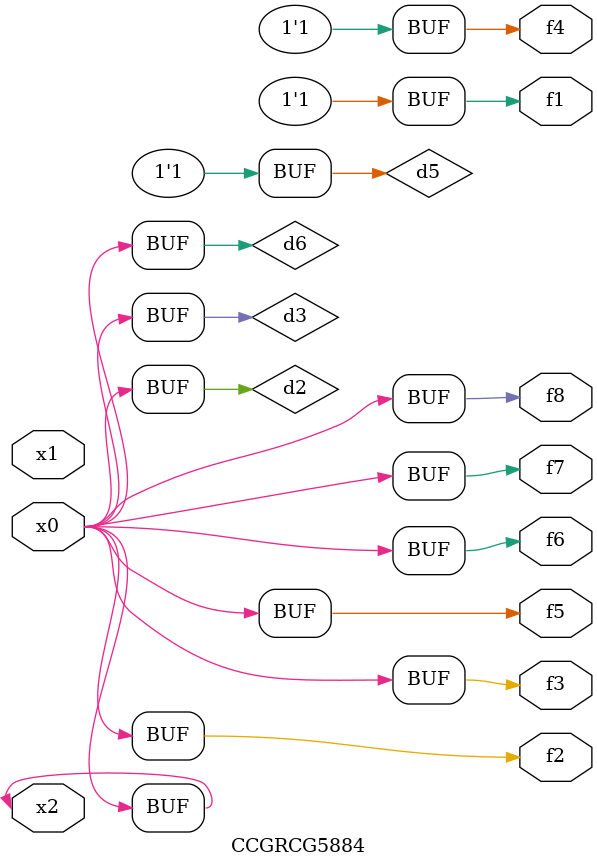
<source format=v>
module CCGRCG5884(
	input x0, x1, x2,
	output f1, f2, f3, f4, f5, f6, f7, f8
);

	wire d1, d2, d3, d4, d5, d6;

	xnor (d1, x2);
	buf (d2, x0, x2);
	and (d3, x0);
	xnor (d4, x1, x2);
	nand (d5, d1, d3);
	buf (d6, d2, d3);
	assign f1 = d5;
	assign f2 = d6;
	assign f3 = d6;
	assign f4 = d5;
	assign f5 = d6;
	assign f6 = d6;
	assign f7 = d6;
	assign f8 = d6;
endmodule

</source>
